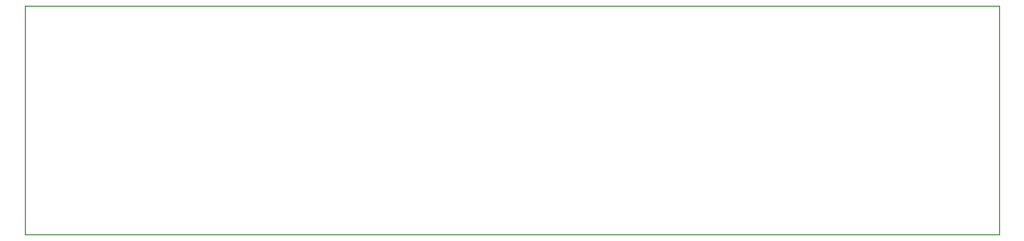
<source format=gbr>
%TF.GenerationSoftware,KiCad,Pcbnew,7.0.6*%
%TF.CreationDate,2023-11-23T12:57:34+01:00*%
%TF.ProjectId,ledpanel,6c656470-616e-4656-9c2e-6b696361645f,1*%
%TF.SameCoordinates,Original*%
%TF.FileFunction,Profile,NP*%
%FSLAX46Y46*%
G04 Gerber Fmt 4.6, Leading zero omitted, Abs format (unit mm)*
G04 Created by KiCad (PCBNEW 7.0.6) date 2023-11-23 12:57:34*
%MOMM*%
%LPD*%
G01*
G04 APERTURE LIST*
%TA.AperFunction,Profile*%
%ADD10C,0.100000*%
%TD*%
G04 APERTURE END LIST*
D10*
X101600000Y-93980000D02*
X187960000Y-93980000D01*
X187960000Y-114300000D01*
X101600000Y-114300000D01*
X101600000Y-93980000D01*
M02*

</source>
